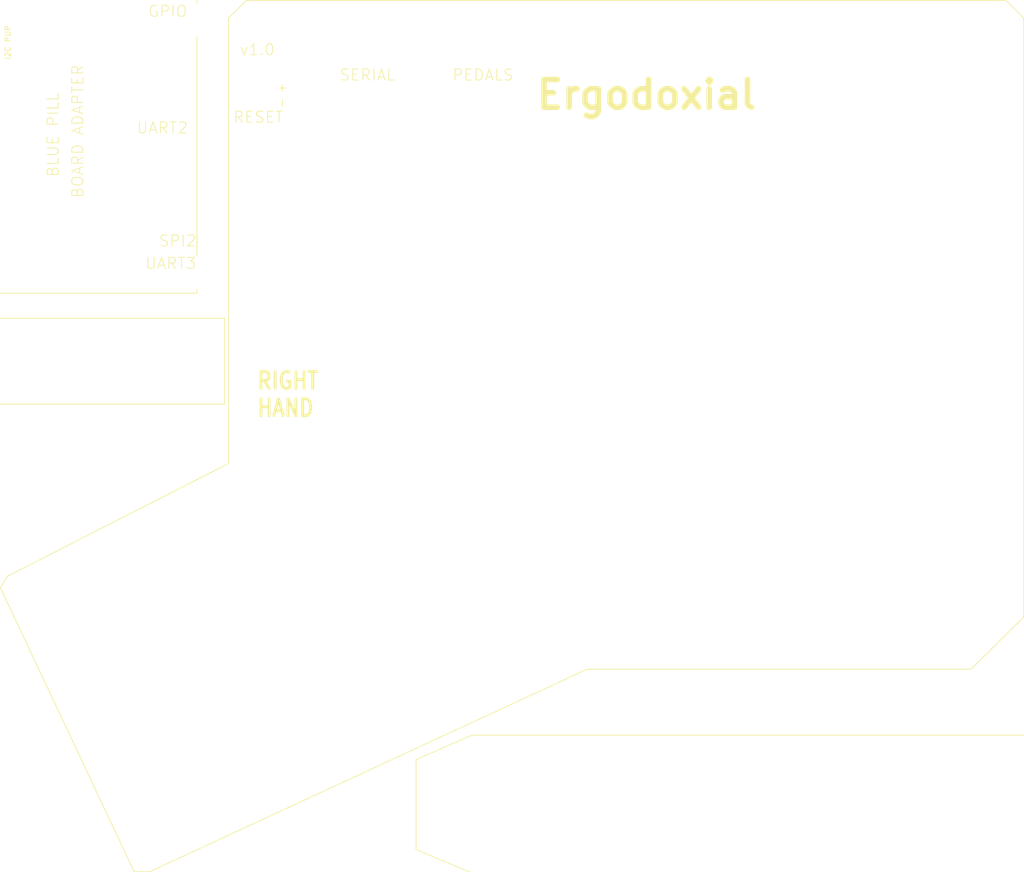
<source format=kicad_pcb>
(kicad_pcb (version 20171130) (host pcbnew 5.1.10-88a1d61d58~90~ubuntu20.04.1)

  (general
    (thickness 1.6002)
    (drawings 68)
    (tracks 0)
    (zones 0)
    (modules 0)
    (nets 1)
  )

  (page A4)
  (layers
    (0 Front signal)
    (31 Back signal)
    (32 B.Adhes user)
    (33 F.Adhes user)
    (34 B.Paste user)
    (35 F.Paste user)
    (36 B.SilkS user)
    (37 F.SilkS user hide)
    (38 B.Mask user)
    (39 F.Mask user)
    (40 Dwgs.User user)
    (41 Cmts.User user)
    (42 Eco1.User user)
    (43 Eco2.User user)
    (44 Edge.Cuts user)
    (45 Margin user hide)
    (46 B.CrtYd user hide)
    (47 F.CrtYd user hide)
  )

  (setup
    (last_trace_width 0.254)
    (user_trace_width 0.1)
    (user_trace_width 0.125)
    (user_trace_width 0.1524)
    (user_trace_width 0.254)
    (user_trace_width 0.3048)
    (user_trace_width 0.6096)
    (user_trace_width 1.6)
    (trace_clearance 0.254)
    (zone_clearance 0.508)
    (zone_45_only no)
    (trace_min 0.1)
    (via_size 0.6096)
    (via_drill 0.508)
    (via_min_size 0.508)
    (via_min_drill 0.2032)
    (user_via 0.508 0.254)
    (user_via 0.6096 0.3048)
    (user_via 0.8128 0.508)
    (user_via 1.27 0.762)
    (user_via 1.651 0.9906)
    (uvia_size 0.508)
    (uvia_drill 0.127)
    (uvias_allowed no)
    (uvia_min_size 0.508)
    (uvia_min_drill 0.127)
    (edge_width 0.15)
    (segment_width 0.5)
    (pcb_text_width 0.3)
    (pcb_text_size 1.5 1.5)
    (mod_edge_width 0.15)
    (mod_text_size 1 1)
    (mod_text_width 0.15)
    (pad_size 2.55 2.5)
    (pad_drill 0)
    (pad_to_mask_clearance 0)
    (aux_axis_origin 23.0632 189.5856)
    (grid_origin 9.15358 -10.591141)
    (visible_elements 7FFFF7FF)
    (pcbplotparams
      (layerselection 0x010fc_ffffffff)
      (usegerberextensions true)
      (usegerberattributes false)
      (usegerberadvancedattributes false)
      (creategerberjobfile false)
      (excludeedgelayer true)
      (linewidth 0.150000)
      (plotframeref false)
      (viasonmask false)
      (mode 1)
      (useauxorigin false)
      (hpglpennumber 1)
      (hpglpenspeed 20)
      (hpglpendiameter 100.000000)
      (psnegative false)
      (psa4output false)
      (plotreference true)
      (plotvalue false)
      (plotinvisibletext false)
      (padsonsilk false)
      (subtractmaskfromsilk true)
      (outputformat 1)
      (mirror false)
      (drillshape 0)
      (scaleselection 1)
      (outputdirectory "gerber/"))
  )

  (net 0 "")

  (net_class Default "This is the default net class."
    (clearance 0.254)
    (trace_width 0.254)
    (via_dia 0.6096)
    (via_drill 0.508)
    (uvia_dia 0.508)
    (uvia_drill 0.127)
  )

  (gr_line (start 21.25358 138.008859) (end 45.35358 189.208859) (layer Eco1.User) (width 0.15) (tstamp 611FE6AA))
  (gr_line (start 22.55358 135.908859) (end 21.25358 138.008859) (layer Eco1.User) (width 0.15))
  (gr_line (start 62.35358 115.608859) (end 22.55358 135.908859) (layer Eco1.User) (width 0.15))
  (gr_line (start 62.35358 35.308859) (end 62.35358 115.608859) (layer Eco1.User) (width 0.15))
  (gr_line (start 65.55358 32.108859) (end 62.35358 35.308859) (layer Eco1.User) (width 0.15))
  (gr_line (start 202.45358 32.108859) (end 65.55358 32.108859) (layer Eco1.User) (width 0.15))
  (gr_line (start 205.65358 35.308859) (end 202.45358 32.108859) (layer Eco1.User) (width 0.15))
  (gr_line (start 205.65358 143.308859) (end 205.65358 35.308859) (layer Eco1.User) (width 0.15))
  (gr_line (start 196.15358 152.708859) (end 205.65358 143.308859) (layer Eco1.User) (width 0.15))
  (gr_line (start 126.95358 152.708859) (end 196.15358 152.708859) (layer Eco1.User) (width 0.15))
  (gr_line (start 48.15358 189.208859) (end 126.95358 152.708859) (layer Eco1.User) (width 0.15))
  (gr_line (start 45.35358 189.208859) (end 48.15358 189.208859) (layer Eco1.User) (width 0.15))
  (gr_line (start 56.65358 78.108859) (end 56.65358 38.708859) (layer F.SilkS) (width 0.15))
  (gr_line (start 61.65358 104.908859) (end 61.65358 89.408859) (layer F.SilkS) (width 0.15) (tstamp 61166469))
  (gr_line (start 9.15358 104.908859) (end 61.65358 104.908859) (layer F.SilkS) (width 0.15))
  (gr_line (start 59.15358 89.408859) (end 61.65358 89.408859) (layer F.SilkS) (width 0.15))
  (gr_line (start 9.15358 89.408859) (end 59.15358 89.408859) (layer F.SilkS) (width 0.15))
  (gr_line (start 56.65358 84.908859) (end 56.65358 84.208859) (layer F.SilkS) (width 0.15))
  (gr_line (start 9.15358 84.908859) (end 56.65358 84.908859) (layer F.SilkS) (width 0.15))
  (gr_line (start 56.65358 31.908859) (end 56.651048 32.624848) (layer F.SilkS) (width 0.15))
  (gr_line (start 9.15358 31.908859) (end 56.65358 31.908859) (layer F.SilkS) (width 0.15))
  (gr_line (start 209.15358 29.908859) (end 9.15358 29.908859) (layer F.SilkS) (width 0.15))
  (gr_line (start 9.15358 19.908859) (end 209.15358 19.908859) (layer F.SilkS) (width 0.15))
  (gr_line (start 209.15358 16.908859) (end 9.15358 16.908859) (layer F.SilkS) (width 0.15))
  (gr_line (start 106.15358 164.608859) (end 209.15358 164.608859) (layer F.SilkS) (width 0.15))
  (gr_line (start 96.15358 169.008859) (end 106.15358 164.608859) (layer F.SilkS) (width 0.15))
  (gr_line (start 96.15358 185.208859) (end 96.15358 169.008859) (layer F.SilkS) (width 0.15))
  (gr_line (start 106.15358 189.408859) (end 96.15358 185.208859) (layer F.SilkS) (width 0.15))
  (gr_line (start 21.25358 138.008859) (end 45.35358 189.208859) (layer F.SilkS) (width 0.15) (tstamp 6116631D))
  (gr_line (start 22.55358 135.908859) (end 21.25358 138.008859) (layer F.SilkS) (width 0.15))
  (gr_line (start 62.35358 115.608859) (end 22.55358 135.908859) (layer F.SilkS) (width 0.15))
  (gr_line (start 62.35358 35.308859) (end 62.35358 115.608859) (layer F.SilkS) (width 0.15))
  (gr_line (start 65.55358 32.108859) (end 62.35358 35.308859) (layer F.SilkS) (width 0.15))
  (gr_line (start 202.45358 32.108859) (end 65.55358 32.108859) (layer F.SilkS) (width 0.15))
  (gr_line (start 205.65358 35.308859) (end 202.45358 32.108859) (layer F.SilkS) (width 0.15))
  (gr_line (start 205.65358 143.308859) (end 205.65358 35.308859) (layer F.SilkS) (width 0.15))
  (gr_line (start 196.15358 152.708859) (end 205.65358 143.308859) (layer F.SilkS) (width 0.15))
  (gr_line (start 126.95358 152.708859) (end 196.15358 152.708859) (layer F.SilkS) (width 0.15))
  (gr_line (start 48.15358 189.208859) (end 126.95358 152.708859) (layer F.SilkS) (width 0.15))
  (gr_line (start 45.35358 189.208859) (end 48.15358 189.208859) (layer F.SilkS) (width 0.15))
  (gr_text BOOT0 (at 114.05358 -1.791141) (layer F.SilkS)
    (effects (font (size 1.5 1.5) (thickness 0.15)))
  )
  (gr_text GND (at 106.15358 0.308859) (layer F.SilkS)
    (effects (font (size 1 1) (thickness 0.15)))
  )
  (gr_text C (at 109.45358 -5.391141 90) (layer F.SilkS)
    (effects (font (size 1.5 1.5) (thickness 0.15)))
  )
  (gr_text D (at 106.75358 -5.391141 90) (layer F.SilkS)
    (effects (font (size 1.5 1.5) (thickness 0.15)))
  )
  (gr_text RX (at 104.25358 -4.791141 90) (layer F.SilkS)
    (effects (font (size 1.5 1.5) (thickness 0.15)))
  )
  (gr_text TX (at 101.75358 -4.891141 90) (layer F.SilkS)
    (effects (font (size 1.5 1.5) (thickness 0.15)))
  )
  (gr_text VDD (at 99.25358 -4.291141 90) (layer F.SilkS)
    (effects (font (size 1.5 1.5) (thickness 0.15)))
  )
  (gr_text GND (at 96.45358 -4.391141 90) (layer F.SilkS)
    (effects (font (size 1.5 1.5) (thickness 0.15)))
  )
  (gr_text RESET (at 67.71582 53.157779) (layer F.SilkS)
    (effects (font (size 2 2) (thickness 0.15)))
  )
  (gr_text GPIO (at 51.40358 34.058859) (layer F.SilkS)
    (effects (font (size 2 2) (thickness 0.15)))
  )
  (gr_text GPIO (at 15.20358 37.558859) (layer F.SilkS)
    (effects (font (size 2 2) (thickness 0.15)))
  )
  (gr_text UART3 (at 51.95358 79.508859) (layer F.SilkS)
    (effects (font (size 2 2) (thickness 0.15)))
  )
  (gr_text UART1 (at 14.15358 83.058859) (layer F.SilkS)
    (effects (font (size 2 2) (thickness 0.15)))
  )
  (gr_text "I2C PUP" (at 22.60358 39.708859 90) (layer F.SilkS)
    (effects (font (size 1 1) (thickness 0.15)))
  )
  (gr_text Ergodoxial (at 137.675048 49.111848) (layer F.SilkS)
    (effects (font (size 5 5) (thickness 1)))
  )
  (gr_text v1.0 (at 67.571048 40.983848) (layer F.SilkS)
    (effects (font (size 2 2) (thickness 0.15)))
  )
  (gr_text SERIAL (at 87.383048 45.555848) (layer F.SilkS)
    (effects (font (size 2 2) (thickness 0.15)))
  )
  (gr_text PEDALS (at 108.211048 45.555848) (layer F.SilkS)
    (effects (font (size 2 2) (thickness 0.15)))
  )
  (gr_text "BOARD ADAPTER" (at 35.186048 55.709848 90) (layer F.SilkS)
    (effects (font (size 2 2) (thickness 0.15)))
  )
  (gr_text "BLUE PILL" (at 30.741048 56.344848 90) (layer F.SilkS)
    (effects (font (size 2 2) (thickness 0.15)))
  )
  (gr_text I2C1 (at 15.501048 41.104848) (layer F.SilkS)
    (effects (font (size 2 2) (thickness 0.15)))
  )
  (gr_text UART2 (at 50.426048 55.074848) (layer F.SilkS)
    (effects (font (size 2 2) (thickness 0.15)))
  )
  (gr_text SPI1 (at 15.501048 56.344848) (layer F.SilkS)
    (effects (font (size 2 2) (thickness 0.15)))
  )
  (gr_text SPI2 (at 53.194648 75.471048) (layer F.SilkS)
    (effects (font (size 2 2) (thickness 0.15)))
  )
  (gr_text + (at 72.061957 48.031537 180) (layer F.SilkS)
    (effects (font (size 1.524 1.524) (thickness 0.15)))
  )
  (gr_text - (at 72.188956 50.571537 270) (layer F.SilkS) (tstamp 5D89164D)
    (effects (font (size 1.524 1.524) (thickness 0.15)))
  )
  (gr_text "RIGHT\nHAND" (at 67.28148 103.147979) (layer F.SilkS)
    (effects (font (size 3.048 2.54) (thickness 0.508)) (justify left))
  )
  (gr_text "" (at 160.44538 54.433259) (layer F.SilkS)
    (effects (font (size 2.032 1.524) (thickness 0.3048)) (justify left))
  )

)

</source>
